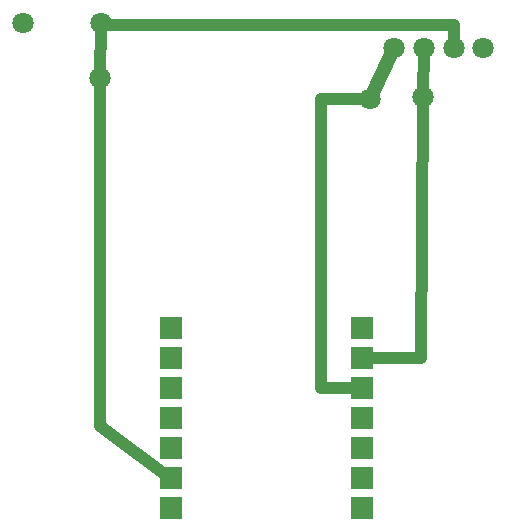
<source format=gbl>
G04 Layer: BottomLayer*
G04 EasyEDA v6.5.47, 2024-11-15 19:46:41*
G04 afbadec8b0bd41c99859eff7e483f8c8,fd2acee0f29b4e2aa60f5f2c6615e4e3,10*
G04 Gerber Generator version 0.2*
G04 Scale: 100 percent, Rotated: No, Reflected: No *
G04 Dimensions in millimeters *
G04 leading zeros omitted , absolute positions ,4 integer and 5 decimal *
%FSLAX45Y45*%
%MOMM*%

%AMMACRO1*4,1,4,0.9,-0.9,-0.9,-0.9,-0.9,0.9,0.9,0.9,0.9,-0.9,0*%
%AMMACRO2*4,1,4,-0.9,0.9,0.9,0.9,0.9,-0.9,-0.9,-0.9,-0.9,0.9,0*%
%ADD10C,1.0000*%
%ADD11C,1.2000*%
%ADD12MACRO1*%
%ADD13MACRO2*%
%ADD14C,1.8000*%

%LPD*%
D10*
X-660Y-128049D02*
G01*
X0Y-3073400D01*
X594436Y-3524156D01*
X-660Y-128049D02*
G01*
X1752Y339437D01*
X0Y317500D02*
G01*
X-101Y317500D01*
X2995345Y320962D01*
X2995422Y105155D01*
X2210892Y-2749456D02*
G01*
X1866976Y-2755806D01*
X1866976Y-396908D01*
X1866976Y-304706D01*
X2286076Y-304706D01*
X2739214Y127000D02*
G01*
X2730500Y-292100D01*
D11*
X2286076Y-304706D02*
G01*
X2489276Y127093D01*
D10*
X2210892Y-2495456D02*
G01*
X2717876Y-2501806D01*
X2730576Y-292006D01*
D12*
G01*
X2210871Y-3003550D03*
G01*
X2210871Y-3257550D03*
G01*
X594372Y-3257550D03*
G01*
X594372Y-3003550D03*
G01*
X2210871Y-3511550D03*
G01*
X594372Y-3765550D03*
G01*
X594372Y-3511550D03*
G01*
X2210871Y-2749550D03*
G01*
X594372Y-2749550D03*
G01*
X2210871Y-2241550D03*
G01*
X2210871Y-2495550D03*
G01*
X594372Y-2495550D03*
G01*
X594372Y-2241550D03*
D13*
G01*
X2210871Y-3765550D03*
D14*
G01*
X-660Y-128049D03*
G01*
X2730500Y-292107D03*
G01*
X2286000Y-304807D03*
G01*
X2989224Y126992D03*
G01*
X3239236Y126992D03*
G01*
X2739212Y126992D03*
G01*
X2489200Y126992D03*
G01*
X-658672Y339437D03*
G01*
X1752Y339437D03*
M02*

</source>
